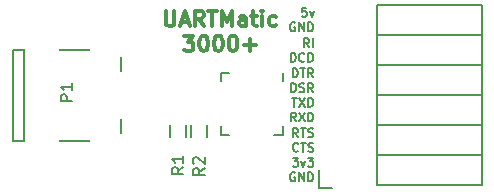
<source format=gto>
G04 #@! TF.FileFunction,Legend,Top*
%FSLAX46Y46*%
G04 Gerber Fmt 4.6, Leading zero omitted, Abs format (unit mm)*
G04 Created by KiCad (PCBNEW 4.0.1-product) date Wed 24 Feb 2016 04:31:22 PM PST*
%MOMM*%
G01*
G04 APERTURE LIST*
%ADD10C,0.100000*%
%ADD11C,0.187500*%
%ADD12C,0.300000*%
%ADD13C,0.150000*%
%ADD14R,2.701240X0.900380*%
%ADD15R,2.899360X2.398980*%
%ADD16C,1.299160*%
%ADD17R,1.300000X1.600000*%
%ADD18O,0.700000X1.250000*%
%ADD19O,1.250000X0.700000*%
%ADD20R,2.075000X2.075000*%
%ADD21O,2.127200X2.127200*%
%ADD22R,2.127200X2.127200*%
G04 APERTURE END LIST*
D10*
D11*
X94249999Y-41570536D02*
X93892856Y-41570536D01*
X93857142Y-41927679D01*
X93892856Y-41891964D01*
X93964285Y-41856250D01*
X94142856Y-41856250D01*
X94214285Y-41891964D01*
X94249999Y-41927679D01*
X94285714Y-41999107D01*
X94285714Y-42177679D01*
X94249999Y-42249107D01*
X94214285Y-42284821D01*
X94142856Y-42320536D01*
X93964285Y-42320536D01*
X93892856Y-42284821D01*
X93857142Y-42249107D01*
X94535714Y-41820536D02*
X94714285Y-42320536D01*
X94892857Y-41820536D01*
X93285715Y-42843750D02*
X93214286Y-42808036D01*
X93107143Y-42808036D01*
X93000000Y-42843750D01*
X92928572Y-42915179D01*
X92892857Y-42986607D01*
X92857143Y-43129464D01*
X92857143Y-43236607D01*
X92892857Y-43379464D01*
X92928572Y-43450893D01*
X93000000Y-43522321D01*
X93107143Y-43558036D01*
X93178572Y-43558036D01*
X93285715Y-43522321D01*
X93321429Y-43486607D01*
X93321429Y-43236607D01*
X93178572Y-43236607D01*
X93642857Y-43558036D02*
X93642857Y-42808036D01*
X94071429Y-43558036D01*
X94071429Y-42808036D01*
X94428571Y-43558036D02*
X94428571Y-42808036D01*
X94607143Y-42808036D01*
X94714286Y-42843750D01*
X94785714Y-42915179D01*
X94821429Y-42986607D01*
X94857143Y-43129464D01*
X94857143Y-43236607D01*
X94821429Y-43379464D01*
X94785714Y-43450893D01*
X94714286Y-43522321D01*
X94607143Y-43558036D01*
X94428571Y-43558036D01*
X93107142Y-54270536D02*
X93571428Y-54270536D01*
X93321428Y-54556250D01*
X93428570Y-54556250D01*
X93499999Y-54591964D01*
X93535713Y-54627679D01*
X93571428Y-54699107D01*
X93571428Y-54877679D01*
X93535713Y-54949107D01*
X93499999Y-54984821D01*
X93428570Y-55020536D01*
X93214285Y-55020536D01*
X93142856Y-54984821D01*
X93107142Y-54949107D01*
X93821428Y-54520536D02*
X93999999Y-55020536D01*
X94178571Y-54520536D01*
X94392857Y-54270536D02*
X94857143Y-54270536D01*
X94607143Y-54556250D01*
X94714285Y-54556250D01*
X94785714Y-54591964D01*
X94821428Y-54627679D01*
X94857143Y-54699107D01*
X94857143Y-54877679D01*
X94821428Y-54949107D01*
X94785714Y-54984821D01*
X94714285Y-55020536D01*
X94500000Y-55020536D01*
X94428571Y-54984821D01*
X94392857Y-54949107D01*
X93285715Y-55543750D02*
X93214286Y-55508036D01*
X93107143Y-55508036D01*
X93000000Y-55543750D01*
X92928572Y-55615179D01*
X92892857Y-55686607D01*
X92857143Y-55829464D01*
X92857143Y-55936607D01*
X92892857Y-56079464D01*
X92928572Y-56150893D01*
X93000000Y-56222321D01*
X93107143Y-56258036D01*
X93178572Y-56258036D01*
X93285715Y-56222321D01*
X93321429Y-56186607D01*
X93321429Y-55936607D01*
X93178572Y-55936607D01*
X93642857Y-56258036D02*
X93642857Y-55508036D01*
X94071429Y-56258036D01*
X94071429Y-55508036D01*
X94428571Y-56258036D02*
X94428571Y-55508036D01*
X94607143Y-55508036D01*
X94714286Y-55543750D01*
X94785714Y-55615179D01*
X94821429Y-55686607D01*
X94857143Y-55829464D01*
X94857143Y-55936607D01*
X94821429Y-56079464D01*
X94785714Y-56150893D01*
X94714286Y-56222321D01*
X94607143Y-56258036D01*
X94428571Y-56258036D01*
X93571428Y-52520536D02*
X93321428Y-52163393D01*
X93142856Y-52520536D02*
X93142856Y-51770536D01*
X93428571Y-51770536D01*
X93499999Y-51806250D01*
X93535714Y-51841964D01*
X93571428Y-51913393D01*
X93571428Y-52020536D01*
X93535714Y-52091964D01*
X93499999Y-52127679D01*
X93428571Y-52163393D01*
X93142856Y-52163393D01*
X93785714Y-51770536D02*
X94214285Y-51770536D01*
X93999999Y-52520536D02*
X93999999Y-51770536D01*
X94428571Y-52484821D02*
X94535714Y-52520536D01*
X94714285Y-52520536D01*
X94785714Y-52484821D01*
X94821428Y-52449107D01*
X94857143Y-52377679D01*
X94857143Y-52306250D01*
X94821428Y-52234821D01*
X94785714Y-52199107D01*
X94714285Y-52163393D01*
X94571428Y-52127679D01*
X94500000Y-52091964D01*
X94464285Y-52056250D01*
X94428571Y-51984821D01*
X94428571Y-51913393D01*
X94464285Y-51841964D01*
X94500000Y-51806250D01*
X94571428Y-51770536D01*
X94750000Y-51770536D01*
X94857143Y-51806250D01*
X93571428Y-53686607D02*
X93535714Y-53722321D01*
X93428571Y-53758036D01*
X93357142Y-53758036D01*
X93249999Y-53722321D01*
X93178571Y-53650893D01*
X93142856Y-53579464D01*
X93107142Y-53436607D01*
X93107142Y-53329464D01*
X93142856Y-53186607D01*
X93178571Y-53115179D01*
X93249999Y-53043750D01*
X93357142Y-53008036D01*
X93428571Y-53008036D01*
X93535714Y-53043750D01*
X93571428Y-53079464D01*
X93785714Y-53008036D02*
X94214285Y-53008036D01*
X93999999Y-53758036D02*
X93999999Y-53008036D01*
X94428571Y-53722321D02*
X94535714Y-53758036D01*
X94714285Y-53758036D01*
X94785714Y-53722321D01*
X94821428Y-53686607D01*
X94857143Y-53615179D01*
X94857143Y-53543750D01*
X94821428Y-53472321D01*
X94785714Y-53436607D01*
X94714285Y-53400893D01*
X94571428Y-53365179D01*
X94500000Y-53329464D01*
X94464285Y-53293750D01*
X94428571Y-53222321D01*
X94428571Y-53150893D01*
X94464285Y-53079464D01*
X94500000Y-53043750D01*
X94571428Y-53008036D01*
X94750000Y-53008036D01*
X94857143Y-53043750D01*
X93035714Y-49220536D02*
X93464285Y-49220536D01*
X93249999Y-49970536D02*
X93249999Y-49220536D01*
X93642857Y-49220536D02*
X94142857Y-49970536D01*
X94142857Y-49220536D02*
X93642857Y-49970536D01*
X94428571Y-49970536D02*
X94428571Y-49220536D01*
X94607143Y-49220536D01*
X94714286Y-49256250D01*
X94785714Y-49327679D01*
X94821429Y-49399107D01*
X94857143Y-49541964D01*
X94857143Y-49649107D01*
X94821429Y-49791964D01*
X94785714Y-49863393D01*
X94714286Y-49934821D01*
X94607143Y-49970536D01*
X94428571Y-49970536D01*
X93392857Y-51208036D02*
X93142857Y-50850893D01*
X92964285Y-51208036D02*
X92964285Y-50458036D01*
X93250000Y-50458036D01*
X93321428Y-50493750D01*
X93357143Y-50529464D01*
X93392857Y-50600893D01*
X93392857Y-50708036D01*
X93357143Y-50779464D01*
X93321428Y-50815179D01*
X93250000Y-50850893D01*
X92964285Y-50850893D01*
X93642857Y-50458036D02*
X94142857Y-51208036D01*
X94142857Y-50458036D02*
X93642857Y-51208036D01*
X94428571Y-51208036D02*
X94428571Y-50458036D01*
X94607143Y-50458036D01*
X94714286Y-50493750D01*
X94785714Y-50565179D01*
X94821429Y-50636607D01*
X94857143Y-50779464D01*
X94857143Y-50886607D01*
X94821429Y-51029464D01*
X94785714Y-51100893D01*
X94714286Y-51172321D01*
X94607143Y-51208036D01*
X94428571Y-51208036D01*
X93107142Y-47470536D02*
X93107142Y-46720536D01*
X93285714Y-46720536D01*
X93392857Y-46756250D01*
X93464285Y-46827679D01*
X93500000Y-46899107D01*
X93535714Y-47041964D01*
X93535714Y-47149107D01*
X93500000Y-47291964D01*
X93464285Y-47363393D01*
X93392857Y-47434821D01*
X93285714Y-47470536D01*
X93107142Y-47470536D01*
X93750000Y-46720536D02*
X94178571Y-46720536D01*
X93964285Y-47470536D02*
X93964285Y-46720536D01*
X94857143Y-47470536D02*
X94607143Y-47113393D01*
X94428571Y-47470536D02*
X94428571Y-46720536D01*
X94714286Y-46720536D01*
X94785714Y-46756250D01*
X94821429Y-46791964D01*
X94857143Y-46863393D01*
X94857143Y-46970536D01*
X94821429Y-47041964D01*
X94785714Y-47077679D01*
X94714286Y-47113393D01*
X94428571Y-47113393D01*
X92964285Y-48708036D02*
X92964285Y-47958036D01*
X93142857Y-47958036D01*
X93250000Y-47993750D01*
X93321428Y-48065179D01*
X93357143Y-48136607D01*
X93392857Y-48279464D01*
X93392857Y-48386607D01*
X93357143Y-48529464D01*
X93321428Y-48600893D01*
X93250000Y-48672321D01*
X93142857Y-48708036D01*
X92964285Y-48708036D01*
X93678571Y-48672321D02*
X93785714Y-48708036D01*
X93964285Y-48708036D01*
X94035714Y-48672321D01*
X94071428Y-48636607D01*
X94107143Y-48565179D01*
X94107143Y-48493750D01*
X94071428Y-48422321D01*
X94035714Y-48386607D01*
X93964285Y-48350893D01*
X93821428Y-48315179D01*
X93750000Y-48279464D01*
X93714285Y-48243750D01*
X93678571Y-48172321D01*
X93678571Y-48100893D01*
X93714285Y-48029464D01*
X93750000Y-47993750D01*
X93821428Y-47958036D01*
X94000000Y-47958036D01*
X94107143Y-47993750D01*
X94857143Y-48708036D02*
X94607143Y-48350893D01*
X94428571Y-48708036D02*
X94428571Y-47958036D01*
X94714286Y-47958036D01*
X94785714Y-47993750D01*
X94821429Y-48029464D01*
X94857143Y-48100893D01*
X94857143Y-48208036D01*
X94821429Y-48279464D01*
X94785714Y-48315179D01*
X94714286Y-48350893D01*
X94428571Y-48350893D01*
X94500000Y-44920536D02*
X94250000Y-44563393D01*
X94071428Y-44920536D02*
X94071428Y-44170536D01*
X94357143Y-44170536D01*
X94428571Y-44206250D01*
X94464286Y-44241964D01*
X94500000Y-44313393D01*
X94500000Y-44420536D01*
X94464286Y-44491964D01*
X94428571Y-44527679D01*
X94357143Y-44563393D01*
X94071428Y-44563393D01*
X94821428Y-44920536D02*
X94821428Y-44170536D01*
X92928571Y-46158036D02*
X92928571Y-45408036D01*
X93107143Y-45408036D01*
X93214286Y-45443750D01*
X93285714Y-45515179D01*
X93321429Y-45586607D01*
X93357143Y-45729464D01*
X93357143Y-45836607D01*
X93321429Y-45979464D01*
X93285714Y-46050893D01*
X93214286Y-46122321D01*
X93107143Y-46158036D01*
X92928571Y-46158036D01*
X94107143Y-46086607D02*
X94071429Y-46122321D01*
X93964286Y-46158036D01*
X93892857Y-46158036D01*
X93785714Y-46122321D01*
X93714286Y-46050893D01*
X93678571Y-45979464D01*
X93642857Y-45836607D01*
X93642857Y-45729464D01*
X93678571Y-45586607D01*
X93714286Y-45515179D01*
X93785714Y-45443750D01*
X93892857Y-45408036D01*
X93964286Y-45408036D01*
X94071429Y-45443750D01*
X94107143Y-45479464D01*
X94428571Y-46158036D02*
X94428571Y-45408036D01*
X94607143Y-45408036D01*
X94714286Y-45443750D01*
X94785714Y-45515179D01*
X94821429Y-45586607D01*
X94857143Y-45729464D01*
X94857143Y-45836607D01*
X94821429Y-45979464D01*
X94785714Y-46050893D01*
X94714286Y-46122321D01*
X94607143Y-46158036D01*
X94428571Y-46158036D01*
D12*
X82357143Y-41828095D02*
X82357143Y-42880476D01*
X82419048Y-43004286D01*
X82480952Y-43066190D01*
X82604762Y-43128095D01*
X82852381Y-43128095D01*
X82976190Y-43066190D01*
X83038095Y-43004286D01*
X83100000Y-42880476D01*
X83100000Y-41828095D01*
X83657143Y-42756667D02*
X84276191Y-42756667D01*
X83533334Y-43128095D02*
X83966667Y-41828095D01*
X84400000Y-43128095D01*
X85576191Y-43128095D02*
X85142858Y-42509048D01*
X84833334Y-43128095D02*
X84833334Y-41828095D01*
X85328572Y-41828095D01*
X85452381Y-41890000D01*
X85514286Y-41951905D01*
X85576191Y-42075714D01*
X85576191Y-42261429D01*
X85514286Y-42385238D01*
X85452381Y-42447143D01*
X85328572Y-42509048D01*
X84833334Y-42509048D01*
X85947620Y-41828095D02*
X86690477Y-41828095D01*
X86319048Y-43128095D02*
X86319048Y-41828095D01*
X87123810Y-43128095D02*
X87123810Y-41828095D01*
X87557143Y-42756667D01*
X87990476Y-41828095D01*
X87990476Y-43128095D01*
X89166667Y-43128095D02*
X89166667Y-42447143D01*
X89104762Y-42323333D01*
X88980952Y-42261429D01*
X88733333Y-42261429D01*
X88609524Y-42323333D01*
X89166667Y-43066190D02*
X89042857Y-43128095D01*
X88733333Y-43128095D01*
X88609524Y-43066190D01*
X88547619Y-42942381D01*
X88547619Y-42818571D01*
X88609524Y-42694762D01*
X88733333Y-42632857D01*
X89042857Y-42632857D01*
X89166667Y-42570952D01*
X89600000Y-42261429D02*
X90095238Y-42261429D01*
X89785714Y-41828095D02*
X89785714Y-42942381D01*
X89847619Y-43066190D01*
X89971428Y-43128095D01*
X90095238Y-43128095D01*
X90528571Y-43128095D02*
X90528571Y-42261429D01*
X90528571Y-41828095D02*
X90466666Y-41890000D01*
X90528571Y-41951905D01*
X90590476Y-41890000D01*
X90528571Y-41828095D01*
X90528571Y-41951905D01*
X91704762Y-43066190D02*
X91580952Y-43128095D01*
X91333333Y-43128095D01*
X91209524Y-43066190D01*
X91147619Y-43004286D01*
X91085714Y-42880476D01*
X91085714Y-42509048D01*
X91147619Y-42385238D01*
X91209524Y-42323333D01*
X91333333Y-42261429D01*
X91580952Y-42261429D01*
X91704762Y-42323333D01*
X83904762Y-43948095D02*
X84709524Y-43948095D01*
X84276191Y-44443333D01*
X84461905Y-44443333D01*
X84585715Y-44505238D01*
X84647619Y-44567143D01*
X84709524Y-44690952D01*
X84709524Y-45000476D01*
X84647619Y-45124286D01*
X84585715Y-45186190D01*
X84461905Y-45248095D01*
X84090477Y-45248095D01*
X83966667Y-45186190D01*
X83904762Y-45124286D01*
X85514286Y-43948095D02*
X85638095Y-43948095D01*
X85761905Y-44010000D01*
X85823810Y-44071905D01*
X85885714Y-44195714D01*
X85947619Y-44443333D01*
X85947619Y-44752857D01*
X85885714Y-45000476D01*
X85823810Y-45124286D01*
X85761905Y-45186190D01*
X85638095Y-45248095D01*
X85514286Y-45248095D01*
X85390476Y-45186190D01*
X85328572Y-45124286D01*
X85266667Y-45000476D01*
X85204762Y-44752857D01*
X85204762Y-44443333D01*
X85266667Y-44195714D01*
X85328572Y-44071905D01*
X85390476Y-44010000D01*
X85514286Y-43948095D01*
X86752381Y-43948095D02*
X86876190Y-43948095D01*
X87000000Y-44010000D01*
X87061905Y-44071905D01*
X87123809Y-44195714D01*
X87185714Y-44443333D01*
X87185714Y-44752857D01*
X87123809Y-45000476D01*
X87061905Y-45124286D01*
X87000000Y-45186190D01*
X86876190Y-45248095D01*
X86752381Y-45248095D01*
X86628571Y-45186190D01*
X86566667Y-45124286D01*
X86504762Y-45000476D01*
X86442857Y-44752857D01*
X86442857Y-44443333D01*
X86504762Y-44195714D01*
X86566667Y-44071905D01*
X86628571Y-44010000D01*
X86752381Y-43948095D01*
X87990476Y-43948095D02*
X88114285Y-43948095D01*
X88238095Y-44010000D01*
X88300000Y-44071905D01*
X88361904Y-44195714D01*
X88423809Y-44443333D01*
X88423809Y-44752857D01*
X88361904Y-45000476D01*
X88300000Y-45124286D01*
X88238095Y-45186190D01*
X88114285Y-45248095D01*
X87990476Y-45248095D01*
X87866666Y-45186190D01*
X87804762Y-45124286D01*
X87742857Y-45000476D01*
X87680952Y-44752857D01*
X87680952Y-44443333D01*
X87742857Y-44195714D01*
X87804762Y-44071905D01*
X87866666Y-44010000D01*
X87990476Y-43948095D01*
X88980952Y-44752857D02*
X89971428Y-44752857D01*
X89476190Y-45248095D02*
X89476190Y-44257619D01*
D13*
X70400820Y-45149360D02*
X70400820Y-52850640D01*
X69400060Y-45149360D02*
X69400060Y-52850640D01*
X69400060Y-52850640D02*
X78599940Y-52850640D01*
X78599940Y-52850640D02*
X78599940Y-45149360D01*
X78599940Y-45149360D02*
X69400060Y-45149360D01*
X84075000Y-51500000D02*
X84075000Y-52500000D01*
X82725000Y-52500000D02*
X82725000Y-51500000D01*
X84525000Y-52500000D02*
X84525000Y-51500000D01*
X85875000Y-51500000D02*
X85875000Y-52500000D01*
X92253533Y-52328565D02*
X91503533Y-52328565D01*
X87003533Y-47078565D02*
X87753533Y-47078565D01*
X87003533Y-52328565D02*
X87753533Y-52328565D01*
X92253533Y-47078565D02*
X92253533Y-47828565D01*
X87003533Y-47078565D02*
X87003533Y-47828565D01*
X87003533Y-52328565D02*
X87003533Y-51578565D01*
X92253533Y-52328565D02*
X92253533Y-51578565D01*
X109100000Y-41360000D02*
X100270000Y-41360000D01*
X109100000Y-43900000D02*
X109100000Y-41360000D01*
X100270000Y-43900000D02*
X100270000Y-41360000D01*
X100270000Y-41360000D02*
X109100000Y-41360000D01*
X100270000Y-43900000D02*
X109100000Y-43900000D01*
X100270000Y-46440000D02*
X100270000Y-43900000D01*
X109100000Y-46440000D02*
X109100000Y-43900000D01*
X109100000Y-43900000D02*
X100270000Y-43900000D01*
X109100000Y-46440000D02*
X100270000Y-46440000D01*
X109100000Y-48980000D02*
X109100000Y-46440000D01*
X100270000Y-48980000D02*
X100270000Y-46440000D01*
X100270000Y-46440000D02*
X109100000Y-46440000D01*
X100270000Y-48980000D02*
X109100000Y-48980000D01*
X100270000Y-51520000D02*
X100270000Y-48980000D01*
X109100000Y-51520000D02*
X109100000Y-48980000D01*
X109100000Y-48980000D02*
X100270000Y-48980000D01*
X109100000Y-51520000D02*
X100270000Y-51520000D01*
X109100000Y-54060000D02*
X109100000Y-51520000D01*
X100270000Y-54060000D02*
X100270000Y-51520000D01*
X100270000Y-51520000D02*
X109100000Y-51520000D01*
X100270000Y-54060000D02*
X109100000Y-54060000D01*
X100270000Y-56600000D02*
X100270000Y-54060000D01*
X95310000Y-55330000D02*
X95310000Y-56880000D01*
X95310000Y-56880000D02*
X96460000Y-56880000D01*
X100270000Y-56600000D02*
X109100000Y-56600000D01*
X109100000Y-56600000D02*
X109100000Y-54060000D01*
X109100000Y-54060000D02*
X100270000Y-54060000D01*
X74452381Y-49488095D02*
X73452381Y-49488095D01*
X73452381Y-49107142D01*
X73500000Y-49011904D01*
X73547619Y-48964285D01*
X73642857Y-48916666D01*
X73785714Y-48916666D01*
X73880952Y-48964285D01*
X73928571Y-49011904D01*
X73976190Y-49107142D01*
X73976190Y-49488095D01*
X74452381Y-47964285D02*
X74452381Y-48535714D01*
X74452381Y-48250000D02*
X73452381Y-48250000D01*
X73595238Y-48345238D01*
X73690476Y-48440476D01*
X73738095Y-48535714D01*
X83852381Y-55066666D02*
X83376190Y-55400000D01*
X83852381Y-55638095D02*
X82852381Y-55638095D01*
X82852381Y-55257142D01*
X82900000Y-55161904D01*
X82947619Y-55114285D01*
X83042857Y-55066666D01*
X83185714Y-55066666D01*
X83280952Y-55114285D01*
X83328571Y-55161904D01*
X83376190Y-55257142D01*
X83376190Y-55638095D01*
X83852381Y-54114285D02*
X83852381Y-54685714D01*
X83852381Y-54400000D02*
X82852381Y-54400000D01*
X82995238Y-54495238D01*
X83090476Y-54590476D01*
X83138095Y-54685714D01*
X85652381Y-55166666D02*
X85176190Y-55500000D01*
X85652381Y-55738095D02*
X84652381Y-55738095D01*
X84652381Y-55357142D01*
X84700000Y-55261904D01*
X84747619Y-55214285D01*
X84842857Y-55166666D01*
X84985714Y-55166666D01*
X85080952Y-55214285D01*
X85128571Y-55261904D01*
X85176190Y-55357142D01*
X85176190Y-55738095D01*
X84747619Y-54785714D02*
X84700000Y-54738095D01*
X84652381Y-54642857D01*
X84652381Y-54404761D01*
X84700000Y-54309523D01*
X84747619Y-54261904D01*
X84842857Y-54214285D01*
X84938095Y-54214285D01*
X85080952Y-54261904D01*
X85652381Y-54833333D01*
X85652381Y-54214285D01*
%LPC*%
D14*
X77449320Y-47399800D03*
X77449320Y-48199900D03*
X77449320Y-49000000D03*
X77449320Y-49800100D03*
X77449320Y-50600200D03*
D15*
X77350260Y-44549920D03*
X71851160Y-44549920D03*
X77350260Y-53450080D03*
X71851160Y-53450080D03*
D16*
X74850900Y-46800360D03*
X74850900Y-51199640D03*
D17*
X83400000Y-53100000D03*
X83400000Y-50900000D03*
X85200000Y-50900000D03*
X85200000Y-53100000D03*
D18*
X91128533Y-47253565D03*
X90628533Y-47253565D03*
X90128533Y-47253565D03*
X89628533Y-47253565D03*
X89128533Y-47253565D03*
X88628533Y-47253565D03*
X88128533Y-47253565D03*
D19*
X87178533Y-48203565D03*
X87178533Y-48703565D03*
X87178533Y-49203565D03*
X87178533Y-49703565D03*
X87178533Y-50203565D03*
X87178533Y-50703565D03*
X87178533Y-51203565D03*
D18*
X88128533Y-52153565D03*
X88628533Y-52153565D03*
X89128533Y-52153565D03*
X89628533Y-52153565D03*
X90128533Y-52153565D03*
X90628533Y-52153565D03*
X91128533Y-52153565D03*
D19*
X92078533Y-51203565D03*
X92078533Y-50703565D03*
X92078533Y-50203565D03*
X92078533Y-49703565D03*
X92078533Y-49203565D03*
X92078533Y-48703565D03*
X92078533Y-48203565D03*
D20*
X88791033Y-50541065D03*
X90466033Y-50541065D03*
X88791033Y-48866065D03*
X90466033Y-48866065D03*
D21*
X96460000Y-55330000D03*
D22*
X99000000Y-55330000D03*
D21*
X96460000Y-52790000D03*
X99000000Y-52790000D03*
X96460000Y-50250000D03*
X99000000Y-50250000D03*
X96460000Y-47710000D03*
X99000000Y-47710000D03*
X96460000Y-45170000D03*
X99000000Y-45170000D03*
X96460000Y-42630000D03*
D22*
X99000000Y-42630000D03*
M02*

</source>
